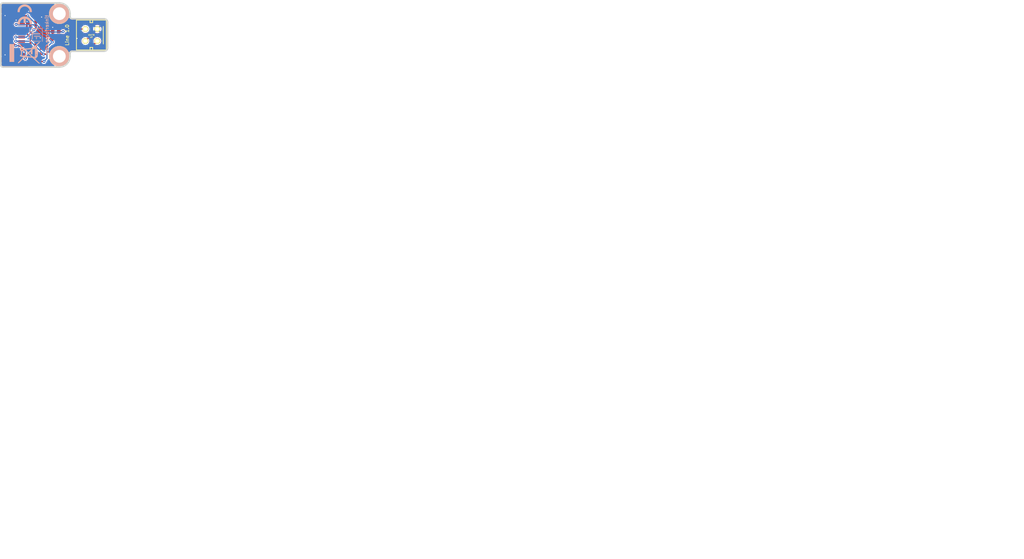
<source format=kicad_pcb>
(kicad_pcb (version 20221018) (generator pcbnew)
  (title_block (title "Line Bricklet") (rev "1.0") (company "Tinkerforge GmbH") (comment 1 "Licensed under CERN OHL v.1.1") (comment 2 "Copyright (©) 2013, B.Nordmeyer <bastian@tinkerforge.com>"))
  (layers (0 "F.Cu" signal "Vorderseite") (31 "B.Cu" signal "Rückseite") (34 "B.Paste" user) (35 "F.Paste" user) (36 "B.SilkS" user "B.Silkscreen") (37 "F.SilkS" user "F.Silkscreen") (38 "B.Mask" user) (39 "F.Mask" user) (44 "Edge.Cuts" user))
  (net 0 "")
  (net 1 "+5V")
  (net 2 "GND")
  (net 3 "SCL")
  (net 4 "SDA")
  (net 5 "VCC")
  (net 6 "Net-(P1-Pad6)")
  (net 7 "Net-(P1-Pad7)")
  (net 8 "Net-(P1-Pad8)")
  (net 9 "Net-(P1-Pad9)")
  (net 10 "Net-(P1-Pad10)")
  (net 11 "Net-(Q1-PadD)")
  (net 12 "Net-(R1-Pad2)")
  (net 13 "Net-(RP1-Pad2)")
  (net 14 "Net-(RP1-Pad3)")
  (net 15 "Net-(U1-Pad7)")
  (footprint "C0603" (layer "F.Cu") (at 55.05 42.3 90)
    (fp_text reference "C1")
    (fp_text value "100nF")
    (pad "1" smd rect (at -0.8001 0 90) (size 0.8001 0.8001) (layers "F.Cu" "F.Paste" "F.Mask") (net 5 "VCC"))
    (pad "2" smd rect (at 0.8001 0 90) (size 0.8001 0.8001) (layers "F.Cu" "F.Paste" "F.Mask") (net 2 "GND"))
  )
  (footprint "CON-SENSOR" (layer "F.Cu") (at 43 42.3 -90)
    (fp_text reference "P1")
    (fp_text value "CON-SENSOR")
    (pad "1" smd rect (at -4.50088 -4.7752 270) (size 0.59944 1.5494) (layers "F.Cu" "F.Paste" "F.Mask") (net 1 "+5V"))
    (pad "2" smd rect (at -3.50012 -4.7752 270) (size 0.59944 1.5494) (layers "F.Cu" "F.Paste" "F.Mask") (net 2 "GND"))
    (pad "3" smd rect (at -2.49936 -4.7752 270) (size 0.59944 1.5494) (layers "F.Cu" "F.Paste" "F.Mask") (net 5 "VCC"))
    (pad "4" smd rect (at -1.50114 -4.7752 270) (size 0.59944 1.5494) (layers "F.Cu" "F.Paste" "F.Mask") (net 3 "SCL"))
    (pad "5" smd rect (at -0.50038 -4.7752 270) (size 0.59944 1.5494) (layers "F.Cu" "F.Paste" "F.Mask") (net 4 "SDA"))
    (pad "6" smd rect (at 0.50038 -4.7752 270) (size 0.59944 1.5494) (layers "F.Cu" "F.Paste" "F.Mask") (net 6 "Net-(P1-Pad6)"))
    (pad "7" smd rect (at 1.50114 -4.7752 270) (size 0.59944 1.5494) (layers "F.Cu" "F.Paste" "F.Mask") (net 7 "Net-(P1-Pad7)"))
    (pad "8" smd rect (at 2.49936 -4.7752 270) (size 0.59944 1.5494) (layers "F.Cu" "F.Paste" "F.Mask") (net 8 "Net-(P1-Pad8)"))
    (pad "9" smd rect (at 3.50012 -4.7752 270) (size 0.59944 1.5494) (layers "F.Cu" "F.Paste" "F.Mask") (net 9 "Net-(P1-Pad9)"))
    (pad "10" smd rect (at 4.50088 -4.7752 270) (size 0.59944 1.5494) (layers "F.Cu" "F.Paste" "F.Mask") (net 10 "Net-(P1-Pad10)"))
    (pad "EP" smd rect (at -5.79882 -0.89916 270) (size 1.19888 1.80086) (layers "F.Cu" "F.Paste" "F.Mask") (net 2 "GND"))
    (pad "EP" smd rect (at 5.79882 -0.89916 270) (size 1.19888 1.80086) (layers "F.Cu" "F.Paste" "F.Mask") (net 2 "GND"))
  )
  (footprint "SOT23GDS" (layer "F.Cu") (at 51.6 36.85 90)
    (fp_text reference "Q1")
    (fp_text value "2N7002P")
    (pad "D" smd rect (at 0 1.016 90) (size 0.9144 0.9144) (layers "F.Cu" "F.Paste" "F.Mask") (net 11 "Net-(Q1-PadD)"))
    (pad "G" smd rect (at 0.889 -1.016 90) (size 0.9144 0.9144) (layers "F.Cu" "F.Paste" "F.Mask") (net 8 "Net-(P1-Pad8)"))
    (pad "S" smd rect (at -0.889 -1.016 90) (size 0.9144 0.9144) (layers "F.Cu" "F.Paste" "F.Mask") (net 2 "GND"))
  )
  (footprint "R0603" (layer "F.Cu") (at 56.45 42.3 -90)
    (fp_text reference "R1")
    (fp_text value "100")
    (pad "1" smd rect (at -0.8001 0 270) (size 0.8001 0.8001) (layers "F.Cu" "F.Paste" "F.Mask") (net 1 "+5V"))
    (pad "2" smd rect (at 0.8001 0 270) (size 0.8001 0.8001) (layers "F.Cu" "F.Paste" "F.Mask") (net 12 "Net-(R1-Pad2)"))
  )
  (footprint "0603X4" (layer "F.Cu") (at 50.85 47.65)
    (fp_text reference "RP1")
    (fp_text value "10k")
    (pad "1" smd rect (at 1.19888 -0.8509) (size 0.44958 0.89916) (layers "F.Cu" "F.Paste" "F.Mask") (net 7 "Net-(P1-Pad7)"))
    (pad "2" smd rect (at 0.39878 -0.8509) (size 0.44958 0.89916) (layers "F.Cu" "F.Paste" "F.Mask") (net 13 "Net-(RP1-Pad2)"))
    (pad "3" smd rect (at -0.39878 -0.8509) (size 0.44958 0.89916) (layers "F.Cu" "F.Paste" "F.Mask") (net 14 "Net-(RP1-Pad3)"))
    (pad "4" smd rect (at -1.19888 -0.8509) (size 0.44958 0.89916) (layers "F.Cu" "F.Paste" "F.Mask") (net 8 "Net-(P1-Pad8)"))
    (pad "5" smd rect (at -1.19888 0.8509) (size 0.44958 0.89916) (layers "F.Cu" "F.Paste" "F.Mask") (net 5 "VCC"))
    (pad "6" smd rect (at -0.39878 0.8509) (size 0.44958 0.89916) (layers "F.Cu" "F.Paste" "F.Mask") (net 5 "VCC"))
    (pad "7" smd rect (at 0.39878 0.8509) (size 0.44958 0.89916) (layers "F.Cu" "F.Paste" "F.Mask") (net 5 "VCC"))
    (pad "8" smd rect (at 1.19888 0.8509) (size 0.44958 0.89916) (layers "F.Cu" "F.Paste" "F.Mask") (net 5 "VCC"))
  )
  (footprint "SOIC8" (layer "F.Cu") (at 51.7 42.3 180)
    (fp_text reference "U1")
    (fp_text value "M24C64")
    (pad "1" smd rect (at -1.90246 2.69748) (size 0.59944 1.5494) (layers "F.Cu" "F.Paste" "F.Mask") (net 2 "GND"))
    (pad "2" smd rect (at -0.63246 2.69748) (size 0.59944 1.5494) (layers "F.Cu" "F.Paste" "F.Mask") (net 2 "GND"))
    (pad "3" smd rect (at 0.63246 2.69748) (size 0.59944 1.5494) (layers "F.Cu" "F.Paste" "F.Mask") (net 6 "Net-(P1-Pad6)"))
    (pad "4" smd rect (at 1.90246 2.69748) (size 0.59944 1.5494) (layers "F.Cu" "F.Paste" "F.Mask") (net 2 "GND"))
    (pad "5" smd rect (at 1.90246 -2.69748 180) (size 0.59944 1.5494) (layers "F.Cu" "F.Paste" "F.Mask") (net 4 "SDA"))
    (pad "6" smd rect (at 0.63246 -2.69748 180) (size 0.59944 1.5494) (layers "F.Cu" "F.Paste" "F.Mask") (net 3 "SCL"))
    (pad "7" smd rect (at -0.63246 -2.69748 180) (size 0.59944 1.5494) (layers "F.Cu" "F.Paste" "F.Mask") (net 15 "Net-(U1-Pad7)"))
    (pad "8" smd rect (at -1.90246 -2.69748 180) (size 0.59944 1.5494) (layers "F.Cu" "F.Paste" "F.Mask") (net 5 "VCC"))
  )
  (footprint "CNY70" (layer "F.Cu") (at 64.1 42.3)
    (fp_text reference "U2" (at 0 0.5) (layer "F.SilkS") (effects (font (size 0.3 0.3) (thickness 0.075))))
    (fp_text value "CNY70" (at 0 0) (layer "F.SilkS") (effects (font (size 0.3 0.3) (thickness 0.075))))
    (pad "AN" thru_hole circle (at -1.4 -1.4) (size 1.4 1.4) (drill 0.8) (layers "*.Cu" "*.Mask" "F.SilkS") (net 12 "Net-(R1-Pad2)"))
    (pad "CAT" thru_hole circle (at -1.4 1.4) (size 1.4 1.4) (drill 0.8) (layers "*.Cu" "*.Mask" "F.SilkS") (net 11 "Net-(Q1-PadD)"))
    (pad "COL" thru_hole circle (at 1.4 1.4) (size 1.4 1.4) (drill 0.8) (layers "*.Cu" "*.Mask" "F.SilkS") (net 7 "Net-(P1-Pad7)"))
    (pad "EM" thru_hole circle (at 1.4 -1.4) (size 1.4 1.4) (drill 0.8) (layers "*.Cu" "*.Mask" "F.SilkS") (net 2 "GND"))
  )
  (footprint "DRILL_NP" (layer "F.Cu") (at 56.6 47.3)
    (fp_text reference "U3" hide)
    (fp_text value "DRILL" hide)
    (pad "" np_thru_hole circle (at 0 0) (size 2.99974 2.99974) (drill 2.99974) (layers "*.Cu" "*.Mask" "F.SilkS") (clearance 0.89916))
  )
  (footprint "DRILL_NP" (layer "F.Cu") (at 56.6 37.3)
    (fp_text reference "U4" hide)
    (fp_text value "DRILL" hide)
    (pad "" np_thru_hole circle (at 0 0) (size 2.99974 2.99974) (drill 2.99974) (layers "*.Cu" "*.Mask" "F.SilkS") (clearance 0.89916))
  )
  (footprint "Logo_31x31m" (layer "B.Cu") (at 49.55 43.85 90)
    (fp_text reference "G***" hide)
    (fp_text value "LOGO" hide)
  )
  (footprint "kicad-libraries:CE_5mm" (layer "B.Cu") (at 48.5 37.5 -90)
    (fp_text reference "VAL" hide)
    (fp_text value "CE_5mm" hide)
  )
  (footprint "kicad-libraries:WEEE_7mm" (layer "B.Cu") (at 48.5 46.5 90)
    (fp_text reference "VAL" hide)
    (fp_text value "WEEE_7mm" hide)
  )
  (gr_arc (start 59.6 38.5) (mid 59.246447 38.353553) (end 59.1 38) (stroke (width 0.381)) (layer "Edge.Cuts"))
  (gr_arc (start 59.1 47.3) (mid 58.367767 49.067767) (end 56.6 49.8) (stroke (width 0.381)) (layer "Edge.Cuts"))
  (gr_line (start 56.6 49.8) (end 43.4 49.8) (stroke (width 0.381)) (layer "Edge.Cuts"))
  (gr_arc (start 43.4 49.8) (mid 43.046447 49.653553) (end 42.9 49.3) (stroke (width 0.381)) (layer "Edge.Cuts"))
  (gr_line (start 42.9 49.3) (end 42.9 35.3) (stroke (width 0.381)) (layer "Edge.Cuts"))
  (gr_arc (start 56.6 34.8) (mid 58.367767 35.532233) (end 59.1 37.3) (stroke (width 0.381)) (layer "Edge.Cuts"))
  (gr_line (start 59.1 47.3) (end 59.1 46.6) (stroke (width 0.381)) (layer "Edge.Cuts"))
  (gr_line (start 56.6 34.8) (end 43.4 34.8) (stroke (width 0.381)) (layer "Edge.Cuts"))
  (gr_line (start 59.6 38.5) (end 67.1 38.5) (stroke (width 0.381)) (layer "Edge.Cuts"))
  (gr_line (start 67.9 45.3) (end 67.9 39.3) (stroke (width 0.381)) (layer "Edge.Cuts"))
  (gr_arc (start 67.1 38.5) (mid 67.665685 38.734315) (end 67.9 39.3) (stroke (width 0.381)) (layer "Edge.Cuts"))
  (gr_arc (start 59.1 46.6) (mid 59.246447 46.246447) (end 59.6 46.1) (stroke (width 0.381)) (layer "Edge.Cuts"))
  (gr_arc (start 42.9 35.3) (mid 43.046447 34.946447) (end 43.4 34.8) (stroke (width 0.381)) (layer "Edge.Cuts"))
  (gr_line (start 59.1 37.3) (end 59.1 38) (stroke (width 0.381)) (layer "Edge.Cuts"))
  (gr_line (start 59.65 46.1) (end 67.1 46.1) (stroke (width 0.381)) (layer "Edge.Cuts"))
  (gr_arc (start 67.9 45.3) (mid 67.665685 45.865685) (end 67.1 46.1) (stroke (width 0.381)) (layer "Edge.Cuts"))
  (gr_text "tinkerforge.com" (at 53.7 42.3 90) (layer "B.SilkS") (effects (font (size 0.8 0.8)) (justify mirror)))
  (gr_text "Line 1.0" (at 58.45 42.3 90) (layer "F.SilkS") (effects (font (size 0.8 0.8))))
  (segment (start 49.19912 37.79912) (end 49.2 37.8) (width 0.29972) (layer "F.Cu") (net 1))
  (segment (start 57.5 41.5) (end 57.4999 41.4999) (width 0.29972) (layer "F.Cu") (net 1))
  (segment (start 57.4999 41.4999) (end 56.45 41.4999) (width 0.29972) (layer "F.Cu") (net 1))
  (segment (start 47.7752 37.79912) (end 49.19912 37.79912) (width 0.29972) (layer "F.Cu") (net 1))
  (via (at 49.2 37.8) (size 0.70104) (drill 0.24892) (layers "F.Cu" "B.Cu") (net 1))
  (via (at 57.5 41.5) (size 0.70104) (drill 0.24892) (layers "F.Cu" "B.Cu") (net 1))
  (segment (start 49.2 37.8) (end 53 41.6) (width 0.29972) (layer "B.Cu") (net 1))
  (segment (start 53 41.6) (end 57.4 41.6) (width 0.29972) (layer "B.Cu") (net 1))
  (segment (start 57.4 41.6) (end 57.5 41.5) (width 0.29972) (layer "B.Cu") (net 1))
  (segment (start 46.50012 38.79988) (end 46.5 38.8) (width 0.29972) (layer "F.Cu") (net 2))
  (segment (start 43.9 37.75) (end 43.89916 37.74916) (width 0.29972) (layer "F.Cu") (net 2))
  (segment (start 43.89916 37.74916) (end 43.89916 36.50118) (width 0.29972) (layer "F.Cu") (net 2))
  (segment (start 43.9 46.95) (end 43.89916 46.95084) (width 0.29972) (layer "F.Cu") (net 2))
  (segment (start 43.89916 46.95084) (end 43.89916 48.09882) (width 0.29972) (layer "F.Cu") (net 2))
  (segment (start 52.33246 38.21754) (end 52.45 38.1) (width 0.29972) (layer "F.Cu") (net 2))
  (segment (start 53.60246 39.00246) (end 52.7 38.1) (width 0.29972) (layer "F.Cu") (net 2))
  (segment (start 52.7 38.1) (end 52.45 38.1) (width 0.29972) (layer "F.Cu") (net 2))
  (segment (start 50.389 37.739) (end 49.4 36.75) (width 0.29972) (layer "F.Cu") (net 2))
  (segment (start 49.05 39.15) (end 48.69988 38.79988) (width 0.29972) (layer "F.Cu") (net 2))
  (segment (start 48.69988 38.79988) (end 47.7752 38.79988) (width 0.29972) (layer "F.Cu") (net 2))
  (segment (start 49.50252 39.60252) (end 49.05 39.15) (width 0.29972) (layer "F.Cu") (net 2))
  (segment (start 52.33246 42.76754) (end 52.15 42.95) (width 0.29972) (layer "F.Cu") (net 2))
  (segment (start 55.05 41.4999) (end 55.05 40.5) (width 0.29972) (layer "F.Cu") (net 2))
  (segment (start 52.33246 39.60252) (end 52.33246 38.21754) (width 0.29972) (layer "F.Cu") (net 2))
  (segment (start 50.584 37.739) (end 50.389 37.739) (width 0.29972) (layer "F.Cu") (net 2))
  (segment (start 49.79754 39.60252) (end 49.50252 39.60252) (width 0.29972) (layer "F.Cu") (net 2))
  (segment (start 53.60246 39.60252) (end 53.60246 39.00246) (width 0.29972) (layer "F.Cu") (net 2))
  (segment (start 52.33246 39.60252) (end 52.33246 42.76754) (width 0.29972) (layer "F.Cu") (net 2))
  (segment (start 47.7752 38.79988) (end 46.50012 38.79988) (width 0.29972) (layer "F.Cu") (net 2))
  (via (at 49.05 39.15) (size 0.70104) (drill 0.24892) (layers "F.Cu" "B.Cu") (net 2))
  (via (at 43.9 37.75) (size 0.70104) (drill 0.24892) (layers "F.Cu" "B.Cu") (net 2))
  (via (at 49.4 36.75) (size 0.70104) (drill 0.24892) (layers "F.Cu" "B.Cu") (net 2))
  (via (at 52.45 38.1) (size 0.70104) (drill 0.24892) (layers "F.Cu" "B.Cu") (net 2))
  (via (at 55.05 40.5) (size 0.70104) (drill 0.24892) (layers "F.Cu" "B.Cu") (net 2))
  (via (at 52.15 42.95) (size 0.70104) (drill 0.24892) (layers "F.Cu" "B.Cu") (net 2))
  (via (at 46.5 38.8) (size 0.70104) (drill 0.24892) (layers "F.Cu" "B.Cu") (net 2))
  (via (at 60.75 43.1) (size 0.70104) (drill 0.24892) (layers "F.Cu" "B.Cu") (net 2))
  (via (at 43.9 46.95) (size 0.70104) (drill 0.24892) (layers "F.Cu" "B.Cu") (net 2))
  (segment (start 46.5 38.8) (end 45.45 37.75) (width 0.29972) (layer "B.Cu") (net 2))
  (segment (start 45.45 37.75) (end 43.9 37.75) (width 0.29972) (layer "B.Cu") (net 2))
  (segment (start 55.05 40.5) (end 55.3 40.25) (width 0.29972) (layer "B.Cu") (net 2))
  (segment (start 55.3 40.25) (end 59.9 40.25) (width 0.29972) (layer "B.Cu") (net 2))
  (segment (start 59.9 40.25) (end 60.45 39.7) (width 0.29972) (layer "B.Cu") (net 2))
  (segment (start 52.45 38.1) (end 54.85 40.5) (width 0.29972) (layer "B.Cu") (net 2))
  (segment (start 54.85 40.5) (end 55.05 40.5) (width 0.29972) (layer "B.Cu") (net 2))
  (segment (start 49.4 36.75) (end 50.75 38.1) (width 0.29972) (layer "B.Cu") (net 2))
  (segment (start 50.75 38.1) (end 52.45 38.1) (width 0.29972) (layer "B.Cu") (net 2))
  (segment (start 48.95 36.75) (end 48.4 37.3) (width 0.29972) (layer "B.Cu") (net 2))
  (segment (start 48.4 37.3) (end 48.4 38.5) (width 0.29972) (layer "B.Cu") (net 2))
  (segment (start 48.4 38.5) (end 49.05 39.15) (width 0.29972) (layer "B.Cu") (net 2))
  (segment (start 64.3 39.7) (end 65.5 40.9) (width 0.29972) (layer "B.Cu") (net 2))
  (segment (start 65.25 40.9) (end 63.85 42.3) (width 0.29972) (layer "B.Cu") (net 2))
  (segment (start 63.85 42.3) (end 61.55 42.3) (width 0.29972) (layer "B.Cu") (net 2))
  (segment (start 61.55 42.3) (end 60.75 43.1) (width 0.29972) (layer "B.Cu") (net 2))
  (segment (start 43.9 37.75) (end 43.9 46.95) (width 0.29972) (layer "B.Cu") (net 2))
  (segment (start 60.45 39.7) (end 64.3 39.7) (width 0.29972) (layer "B.Cu") (net 2))
  (segment (start 65.5 40.9) (end 65.25 40.9) (width 0.29972) (layer "B.Cu") (net 2))
  (segment (start 49.4 36.75) (end 48.95 36.75) (width 0.29972) (layer "B.Cu") (net 2))
  (segment (start 48.99886 40.79886) (end 51.06754 42.86754) (width 0.29972) (layer "F.Cu") (net 3))
  (segment (start 51.06754 42.86754) (end 51.06754 44.99748) (width 0.29972) (layer "F.Cu") (net 3))
  (segment (start 47.7752 40.79886) (end 48.99886 40.79886) (width 0.29972) (layer "F.Cu") (net 3))
  (segment (start 49.79754 42.79754) (end 48.79962 41.79962) (width 0.29972) (layer "F.Cu") (net 4))
  (segment (start 48.79962 41.79962) (end 47.7752 41.79962) (width 0.29972) (layer "F.Cu") (net 4))
  (segment (start 49.79754 44.99748) (end 49.79754 42.79754) (width 0.29972) (layer "F.Cu") (net 4))
  (segment (start 53.9499 43.1001) (end 53.60246 43.44754) (width 0.29972) (layer "F.Cu") (net 5))
  (segment (start 53.60246 43.44754) (end 53.60246 44.99748) (width 0.29972) (layer "F.Cu") (net 5))
  (segment (start 55.05 43.85) (end 54.95 43.95) (width 0.29972) (layer "F.Cu") (net 5))
  (segment (start 46.5 39.8) (end 46.50064 39.80064) (width 0.29972) (layer "F.Cu") (net 5))
  (segment (start 46.50064 39.80064) (end 47.7752 39.80064) (width 0.29972) (layer "F.Cu") (net 5))
  (segment (start 49.65112 49.14888) (end 49.75224 49.25) (width 0.29972) (layer "F.Cu") (net 5))
  (segment (start 49.75224 49.25) (end 50.45 49.25) (width 0.29972) (layer "F.Cu") (net 5))
  (segment (start 51.85 49.25) (end 52.04888 49.05112) (width 0.29972) (layer "F.Cu") (net 5))
  (segment (start 52.04888 49.05112) (end 52.04888 48.5009) (width 0.29972) (layer "F.Cu") (net 5))
  (segment (start 50.45122 49.25) (end 50.45 49.25) (width 0.29972) (layer "F.Cu") (net 5))
  (segment (start 50.45 49.25) (end 51.5 49.25) (width 0.29972) (layer "F.Cu") (net 5))
  (segment (start 51.24878 48.99878) (end 51.5 49.25) (width 0.29972) (layer "F.Cu") (net 5))
  (segment (start 51.5 49.25) (end 51.85 49.25) (width 0.29972) (layer "F.Cu") (net 5))
  (segment (start 52.9991 48.5009) (end 53 48.5) (width 0.29972) (layer "F.Cu") (net 5))
  (segment (start 55.05 43.1001) (end 55.05 43.85) (width 0.29972) (layer "F.Cu") (net 5))
  (segment (start 49.65112 48.5009) (end 49.65112 49.14888) (width 0.29972) (layer "F.Cu") (net 5))
  (segment (start 55.05 43.1001) (end 53.9499 43.1001) (width 0.29972) (layer "F.Cu") (net 5))
  (segment (start 51.24878 48.5009) (end 51.24878 48.99878) (width 0.29972) (layer "F.Cu") (net 5))
  (segment (start 50.45122 48.5009) (end 50.45122 49.25) (width 0.29972) (layer "F.Cu") (net 5))
  (segment (start 52.04888 48.5009) (end 52.9991 48.5009) (width 0.29972) (layer "F.Cu") (net 5))
  (via (at 53 48.5) (size 0.70104) (drill 0.24892) (layers "F.Cu" "B.Cu") (net 5))
  (via (at 54.95 43.95) (size 0.70104) (drill 0.24892) (layers "F.Cu" "B.Cu") (net 5))
  (via (at 46.5 39.8) (size 0.70104) (drill 0.24892) (layers "F.Cu" "B.Cu") (net 5))
  (segment (start 54.95 43.95) (end 53.25 42.25) (width 0.29972) (layer "B.Cu") (net 5))
  (segment (start 53.25 42.25) (end 52.9 42.25) (width 0.29972) (layer "B.Cu") (net 5))
  (segment (start 52.9 42.25) (end 50.55 39.9) (width 0.29972) (layer "B.Cu") (net 5))
  (segment (start 50.55 39.9) (end 46.6 39.9) (width 0.29972) (layer "B.Cu") (net 5))
  (segment (start 46.6 39.9) (end 46.5 39.8) (width 0.29972) (layer "B.Cu") (net 5))
  (segment (start 53 48.5) (end 53.7 47.8) (width 0.29972) (layer "B.Cu") (net 5))
  (segment (start 53.7 47.8) (end 53.7 45.2) (width 0.29972) (layer "B.Cu") (net 5))
  (segment (start 53.7 45.2) (end 54.95 43.95) (width 0.29972) (layer "B.Cu") (net 5))
  (segment (start 51.06754 40.63246) (end 50.65 41.05) (width 0.29972) (layer "F.Cu") (net 6))
  (segment (start 46.4 42.8) (end 46.40038 42.80038) (width 0.29972) (layer "F.Cu") (net 6))
  (segment (start 46.40038 42.80038) (end 47.7752 42.80038) (width 0.29972) (layer "F.Cu") (net 6))
  (segment (start 51.06754 39.60252) (end 51.06754 40.63246) (width 0.29972) (layer "F.Cu") (net 6))
  (via (at 50.65 41.05) (size 0.70104) (drill 0.24892) (layers "F.Cu" "B.Cu") (net 6))
  (via (at 46.4 42.8) (size 0.70104) (drill 0.24892) (layers "F.Cu" "B.Cu") (net 6))
  (segment (start 50.65 41.05) (end 48.9 42.8) (width 0.29972) (layer "B.Cu") (net 6))
  (segment (start 48.9 42.8) (end 46.4 42.8) (width 0.29972) (layer "B.Cu") (net 6))
  (segment (start 52.8991 46.7991) (end 52.9 46.8) (width 0.29972) (layer "F.Cu") (net 7))
  (segment (start 46.4 43.75) (end 46.45114 43.80114) (width 0.29972) (layer "F.Cu") (net 7))
  (segment (start 46.45114 43.80114) (end 47.7752 43.80114) (width 0.29972) (layer "F.Cu") (net 7))
  (segment (start 58.3 45) (end 57.75 44.45) (width 0.29972) (layer "F.Cu") (net 7))
  (segment (start 57.75 44.45) (end 55.75 44.45) (width 0.29972) (layer "F.Cu") (net 7))
  (segment (start 55.75 44.45) (end 53.4 46.8) (width 0.29972) (layer "F.Cu") (net 7))
  (segment (start 53.4 46.8) (end 52.9 46.8) (width 0.29972) (layer "F.Cu") (net 7))
  (segment (start 64.2 45) (end 65.5 43.7) (width 0.29972) (layer "F.Cu") (net 7))
  (segment (start 52.04888 46.7991) (end 52.8991 46.7991) (width 0.29972) (layer "F.Cu") (net 7))
  (segment (start 58.3 45) (end 64.2 45) (width 0.29972) (layer "F.Cu") (net 7))
  (via (at 52.9 46.8) (size 0.70104) (drill 0.24892) (layers "F.Cu" "B.Cu") (net 7))
  (via (at 46.4 43.75) (size 0.70104) (drill 0.24892) (layers "F.Cu" "B.Cu") (net 7))
  (segment (start 52.9 46.8) (end 49.85 43.75) (width 0.29972) (layer "B.Cu") (net 7))
  (segment (start 49.85 43.75) (end 46.4 43.75) (width 0.29972) (layer "B.Cu") (net 7))
  (segment (start 49.6009 46.7991) (end 48.65 47.75) (width 0.29972) (layer "F.Cu") (net 8))
  (segment (start 46.4 44.8) (end 46.40064 44.79936) (width 0.29972) (layer "F.Cu") (net 8))
  (segment (start 46.40064 44.79936) (end 47.7752 44.79936) (width 0.29972) (layer "F.Cu") (net 8))
  (segment (start 46.839 35.961) (end 44.7 38.1) (width 0.29972) (layer "F.Cu") (net 8))
  (segment (start 44.7 38.1) (end 44.7 43.1) (width 0.29972) (layer "F.Cu") (net 8))
  (segment (start 44.7 43.1) (end 46.4 44.8) (width 0.29972) (layer "F.Cu") (net 8))
  (segment (start 49.65112 46.7991) (end 49.6009 46.7991) (width 0.29972) (layer "F.Cu") (net 8))
  (segment (start 50.584 35.961) (end 46.839 35.961) (width 0.29972) (layer "F.Cu") (net 8))
  (via (at 46.4 44.8) (size 0.70104) (drill 0.24892) (layers "F.Cu" "B.Cu") (net 8))
  (via (at 48.65 47.75) (size 0.70104) (drill 0.24892) (layers "F.Cu" "B.Cu") (net 8))
  (segment (start 48.65 47.75) (end 48.6 47.7) (width 0.29972) (layer "B.Cu") (net 8))
  (segment (start 48.6 47.7) (end 48.6 46.1) (width 0.29972) (layer "B.Cu") (net 8))
  (segment (start 48.6 46.1) (end 47.3 44.8) (width 0.29972) (layer "B.Cu") (net 8))
  (segment (start 47.3 44.8) (end 46.4 44.8) (width 0.29972) (layer "B.Cu") (net 8))
  (segment (start 53.15 36.85) (end 53.85 37.55) (width 0.29972) (layer "F.Cu") (net 11))
  (segment (start 53.85 37.55) (end 53.85 38.25) (width 0.29972) (layer "F.Cu") (net 11))
  (segment (start 53.85 38.25) (end 55.65 40.05) (width 0.29972) (layer "F.Cu") (net 11))
  (segment (start 55.65 40.05) (end 60.1 40.05) (width 0.29972) (layer "F.Cu") (net 11))
  (segment (start 60.1 40.05) (end 60.65 39.5) (width 0.29972) (layer "F.Cu") (net 11))
  (segment (start 60.65 39.5) (end 62.05 39.5) (width 0.29972) (layer "F.Cu") (net 11))
  (segment (start 63.3 39.5) (end 64.05 40.25) (width 0.29972) (layer "F.Cu") (net 11))
  (segment (start 64.05 40.25) (end 64.05 42.35) (width 0.29972) (layer "F.Cu") (net 11))
  (segment (start 64.05 42.35) (end 62.7 43.7) (width 0.29972) (layer "F.Cu") (net 11))
  (segment (start 52.616 36.85) (end 53.15 36.85) (width 0.29972) (layer "F.Cu") (net 11))
  (segment (start 62.05 39.5) (end 63.3 39.5) (width 0.29972) (layer "F.Cu") (net 11))
  (segment (start 59.0499 43.1001) (end 61.25 40.9) (width 0.29972) (layer "F.Cu") (net 12))
  (segment (start 61.25 40.9) (end 62.7 40.9) (width 0.29972) (layer "F.Cu") (net 12))
  (segment (start 56.45 43.1001) (end 59.0499 43.1001) (width 0.29972) (layer "F.Cu") (net 12))
  (zone (net 2) (net_name "GND") (layer "F.Cu") (connect_pads (clearance 0.24892)) (min_thickness 0.24892) (fill yes (thermal_gap 0.29972) (thermal_bridge_width 0.29972))
    (polygon (pts (xy 42.9 34.8) (xy 59.1 34.8) (xy 59.1 38.5) (xy 67.9 38.5) (xy 67.9 46.1) (xy 59.1 46.1) (xy 59.1 49.8) (xy 42.9 49.8)))
  )
  (zone (net 2) (net_name "GND") (layer "B.Cu") (connect_pads (clearance 0.24892)) (min_thickness 0.24892) (fill yes (thermal_gap 0.29972) (thermal_bridge_width 0.29972))
    (polygon (pts (xy 42.9 49.8) (xy 42.9 34.8) (xy 59.1 34.8) (xy 59.1 38.5) (xy 67.9 38.5) (xy 67.9 46.1) (xy 59.1 46.1) (xy 59.1 49.8)))
  )
)
</source>
